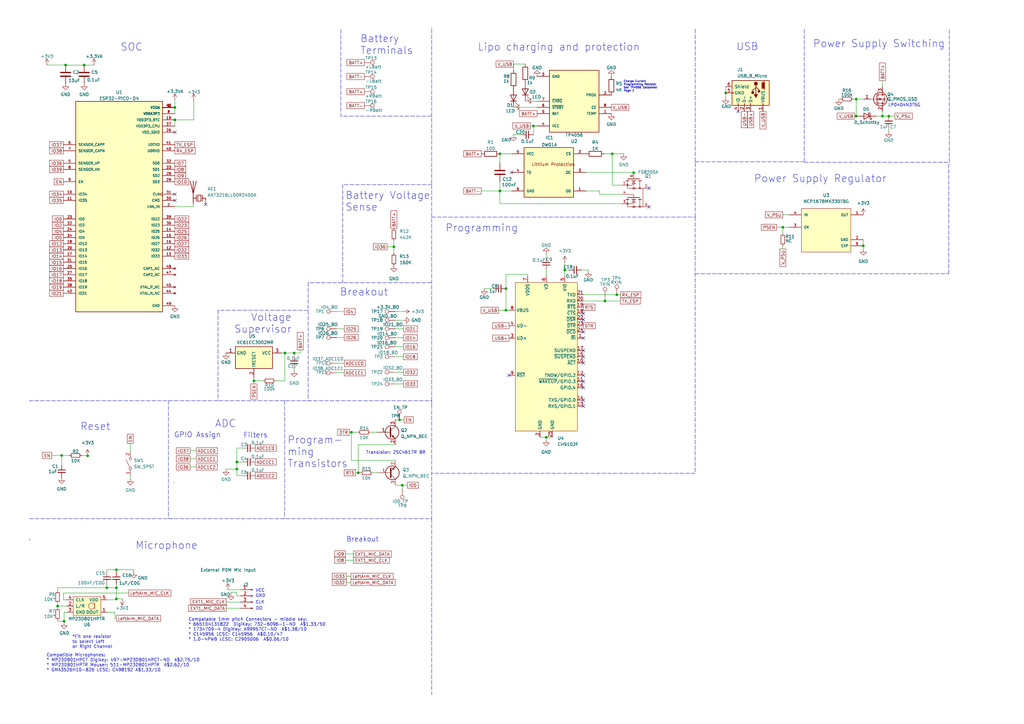
<source format=kicad_sch>
(kicad_sch (version 20211123) (generator eeschema)
  (paper "A3")
  (title_block (title "Open Source Smart Glasses v0.3") (date "2022-05-14") (rev "0.3") (company "Team Open Smart Glasses") (comment 1 "Design: Cayden Pierce, Nicholas Gray, Paul Hamilton"))
  (junction (at 205.0288 63.0936))
  (junction (at 354.076 100.838))
  (junction (at 205.0288 78.3336))
  (junction (at 120.65 144.78))
  (junction (at 35.941 186.944))
  (junction (at 26.924 26.67))
  (junction (at 104.14 156.21))
  (junction (at 297.688 38.1))
  (junction (at 97.155 189.484))
  (junction (at 47.752 245.618))
  (junction (at 218.821 51.6636))
  (junction (at 26.289 254.7874))
  (junction (at 321.056 93.218))
  (junction (at 116.84 144.78))
  (junction (at 248.158 123.444))
  (junction (at 43.815 241.0714))
  (junction (at 146.939 193.929))
  (junction (at 251.1298 63.0936))
  (junction (at 207.518 127.254))
  (junction (at 364.49 47.625))
  (junction (at 71.7296 49.1744))
  (junction (at 164.9476 199.009))
  (junction (at 34.5186 26.6954))
  (junction (at 231.648 110.744))
  (junction (at 97.155 192.405))
  (junction (at 23.622 248.5644))
  (junction (at 207.518 118.364))
  (junction (at 351.155 47.625))
  (junction (at 351.155 40.64))
  (junction (at 361.95 47.625))
  (junction (at 25.273 186.817))
  (junction (at 47.752 241.0714))
  (junction (at 259.8928 70.8406))
  (junction (at 224.028 179.324))
  (junction (at 47.752 233.7054))
  (junction (at 163.8554 172.212))
  (junction (at 252.984 120.904))
  (junction (at 71.7296 44.0944))
  (junction (at 144.145 177.292))
  (junction (at 161.544 101.219))
  (no_connect (at 266.2428 84.8106))
  (no_connect (at 266.2428 77.1906))
  (no_connect (at 239.268 131.064))
  (no_connect (at 302.768 45.72))
  (no_connect (at 84.328 83.82))
  (no_connect (at 239.268 143.764))
  (no_connect (at 239.268 146.304))
  (no_connect (at 239.268 136.144))
  (no_connect (at 209.8548 70.7136))
  (no_connect (at 71.7296 54.2544))
  (no_connect (at 239.268 148.844))
  (no_connect (at 239.268 138.684))
  (no_connect (at 71.7296 79.6544))
  (no_connect (at 71.7296 82.1944))
  (no_connect (at 208.788 153.924))
  (no_connect (at 239.268 156.464))
  (no_connect (at 239.268 128.524))
  (no_connect (at 239.268 164.084))
  (no_connect (at 239.268 166.624))
  (no_connect (at 239.268 153.924))
  (no_connect (at 239.268 159.004))
  (wire (pts (xy 141.7066 227.203) (xy 144.9832 227.203)))
  (wire (pts (xy 231.648 110.744) (xy 231.648 113.284)))
  (wire (pts (xy 218.821 51.6636) (xy 218.821 55.245)))
  (wire (pts (xy 77.978 188.214) (xy 80.518 188.214)))
  (wire (pts (xy 147.7518 193.929) (xy 146.939 193.929)))
  (wire (pts (xy 239.268 120.904) (xy 252.984 120.904)))
  (wire (pts (xy 238.506 110.744) (xy 241.3 110.744)))
  (wire (pts (xy 145.923 193.929) (xy 146.939 193.929)))
  (wire (pts (xy 43.815 233.7054) (xy 43.815 234.5944)))
  (wire (pts (xy 221.488 179.324) (xy 224.028 179.324)))
  (wire (pts (xy 215.4428 41.5036) (xy 220.2688 41.5036)))
  (wire (pts (xy 205.0288 78.3336) (xy 205.0288 83.5406)))
  (wire (pts (xy 224.028 179.324) (xy 226.568 179.324)))
  (wire (pts (xy 54.864 234.5944) (xy 54.864 233.7054)))
  (wire (pts (xy 162.052 138.557) (xy 165.481 138.557)))
  (wire (pts (xy 162.052 146.304) (xy 165.481 146.304)))
  (wire (pts (xy 204.47 127.254) (xy 207.518 127.254)))
  (polyline (pts (xy 329.8952 11.9888) (xy 329.8952 66.3956)))
  (wire (pts (xy 247.9548 63.0936) (xy 251.1298 63.0936)))
  (polyline (pts (xy 12.065 212.725) (xy 177.038 212.725)))
  (wire (pts (xy 120.65 144.78) (xy 123.19 144.78)))
  (polyline (pts (xy 126.3904 127.3048) (xy 89.408 127.254)))
  (polyline (pts (xy 69.088 164.338) (xy 69.088 212.725)))
  (polyline (pts (xy 177.038 89.027) (xy 285.115 89.027)))
  (wire (pts (xy 71.7296 49.1744) (xy 79.4766 49.1744)))
  (wire (pts (xy 146.939 182.372) (xy 146.939 193.929)))
  (wire (pts (xy 104.14 154.94) (xy 104.14 156.21)))
  (wire (pts (xy 202.438 118.364) (xy 198.628 118.364)))
  (polyline (pts (xy 177.038 212.725) (xy 177.038 284.988)))
  (polyline (pts (xy 285.0896 89.0016) (xy 285.0896 194.1068)))
  (wire (pts (xy 197.4088 78.3336) (xy 205.0288 78.3336)))
  (wire (pts (xy 43.815 241.0714) (xy 23.622 241.0714)))
  (wire (pts (xy 123.19 144.78) (xy 123.19 143.51)))
  (polyline (pts (xy 285.0896 194.1068) (xy 176.9872 194.1068)))
  (wire (pts (xy 162.052 157.48) (xy 165.481 157.48)))
  (wire (pts (xy 297.688 38.1) (xy 297.688 40.132)))
  (polyline (pts (xy 12.1158 220.98) (xy 12.1158 221.5896)))
  (wire (pts (xy 254.8128 75.9206) (xy 251.1298 75.9206)))
  (wire (pts (xy 207.518 118.364) (xy 207.518 127.254)))
  (wire (pts (xy 138.049 134.874) (xy 141.224 134.874)))
  (wire (pts (xy 23.622 254.7874) (xy 26.289 254.7874)))
  (polyline (pts (xy 116.713 164.338) (xy 116.713 212.725)))
  (polyline (pts (xy 177.038 164.338) (xy 177.038 165.989)))
  (wire (pts (xy 19.2532 26.67) (xy 26.924 26.67)))
  (wire (pts (xy 47.752 246.0244) (xy 43.942 246.0244)))
  (wire (pts (xy 92.837 249.4788) (xy 98.552 249.4788)))
  (wire (pts (xy 205.0288 83.5406) (xy 254.8128 83.5406)))
  (polyline (pts (xy 329.946 66.548) (xy 389.382 66.548)))
  (wire (pts (xy 27.432 248.5644) (xy 23.622 248.5644)))
  (wire (pts (xy 224.028 179.324) (xy 224.028 180.34)))
  (wire (pts (xy 224.028 104.14) (xy 224.028 105.664)))
  (wire (pts (xy 47.752 245.618) (xy 50.1396 245.618)))
  (wire (pts (xy 47.752 245.618) (xy 47.752 246.0244)))
  (wire (pts (xy 162.052 142.24) (xy 165.481 142.24)))
  (wire (pts (xy 152.8318 193.929) (xy 154.559 193.929)))
  (wire (pts (xy 205.0288 78.3336) (xy 209.8548 78.3336)))
  (wire (pts (xy 251.1298 75.9206) (xy 251.1298 63.0936)))
  (wire (pts (xy 158.75 101.219) (xy 161.544 101.219)))
  (wire (pts (xy 138.049 127.762) (xy 141.224 127.762)))
  (wire (pts (xy 97.155 189.484) (xy 97.155 192.405)))
  (wire (pts (xy 47.752 239.6744) (xy 47.752 241.0714)))
  (wire (pts (xy 145.0086 229.7938) (xy 141.7066 229.7938)))
  (polyline (pts (xy 11.938 164.338) (xy 71.501 164.338)))
  (wire (pts (xy 94.742 242.8748) (xy 94.742 243.5098)))
  (wire (pts (xy 54.864 233.7054) (xy 47.752 233.7054)))
  (polyline (pts (xy 285.115 11.938) (xy 285.115 89.027)))
  (wire (pts (xy 146.812 177.292) (xy 144.145 177.292)))
  (wire (pts (xy 21.209 186.817) (xy 25.273 186.817)))
  (wire (pts (xy 321.056 88.138) (xy 323.596 88.138)))
  (wire (pts (xy 138.049 152.908) (xy 141.224 152.908)))
  (wire (pts (xy 167.132 199.009) (xy 164.9476 199.009)))
  (wire (pts (xy 26.8986 26.6954) (xy 34.5186 26.6954)))
  (wire (pts (xy 252.984 120.904) (xy 254.508 120.904)))
  (wire (pts (xy 240.3348 70.7136) (xy 259.8928 70.7136)))
  (wire (pts (xy 47.752 234.5944) (xy 47.752 233.7054)))
  (wire (pts (xy 138.049 148.971) (xy 141.224 148.971)))
  (polyline (pts (xy 117.094 164.338) (xy 177.038 164.338)))
  (wire (pts (xy 248.158 123.444) (xy 254.508 123.444)))
  (polyline (pts (xy 176.911 47.625) (xy 139.827 47.625)))
  (wire (pts (xy 43.815 241.0714) (xy 43.815 239.6744)))
  (wire (pts (xy 351.155 40.64) (xy 354.33 40.64)))
  (polyline (pts (xy 177.165 75.692) (xy 140.589 75.692)))
  (wire (pts (xy 207.518 127.254) (xy 208.788 127.254)))
  (wire (pts (xy 77.978 184.912) (xy 80.518 184.912)))
  (wire (pts (xy 98.552 244.3988) (xy 97.028 244.3988)))
  (wire (pts (xy 162.052 152.654) (xy 165.481 152.654)))
  (wire (pts (xy 254.8128 79.7306) (xy 245.9228 79.7306)))
  (wire (pts (xy 92.8116 246.9388) (xy 92.8116 246.761)))
  (wire (pts (xy 218.821 51.6636) (xy 220.2688 51.6636)))
  (wire (pts (xy 23.622 248.5644) (xy 23.622 247.4214)))
  (wire (pts (xy 120.65 144.78) (xy 120.65 146.05)))
  (wire (pts (xy 23.622 241.0714) (xy 23.622 242.3414)))
  (wire (pts (xy 25.273 186.817) (xy 25.273 190.754)))
  (wire (pts (xy 79.4766 41.0464) (xy 79.4766 49.1744)))
  (wire (pts (xy 344.043 40.64) (xy 344.805 40.64)))
  (wire (pts (xy 115.57 144.78) (xy 116.84 144.78)))
  (wire (pts (xy 209.8548 63.0936) (xy 205.0288 63.0936)))
  (wire (pts (xy 241.3 110.744) (xy 241.3 111.252)))
  (wire (pts (xy 205.0288 63.0936) (xy 205.0288 66.9036)))
  (wire (pts (xy 104.14 156.21) (xy 104.14 157.48)))
  (wire (pts (xy 216.408 113.284) (xy 216.408 112.522)))
  (wire (pts (xy 53.467 181.864) (xy 53.467 185.039)))
  (polyline (pts (xy 126.365 115.951) (xy 126.365 164.465)))
  (polyline (pts (xy 139.827 12.065) (xy 139.827 47.625)))
  (wire (pts (xy 210.6168 44.0436) (xy 220.2688 44.0436)))
  (wire (pts (xy 97.155 183.769) (xy 97.155 189.484)))
  (polyline (pts (xy 176.911 115.951) (xy 126.365 115.951)))
  (wire (pts (xy 104.14 156.21) (xy 107.95 156.21)))
  (wire (pts (xy 92.8116 246.9388) (xy 98.552 246.9388)))
  (wire (pts (xy 251.1298 63.0936) (xy 255.8288 63.0936)))
  (wire (pts (xy 215.4428 26.2636) (xy 210.6168 26.2636)))
  (wire (pts (xy 144.145 177.292) (xy 144.145 188.849)))
  (wire (pts (xy 144.9832 227.203) (xy 144.9832 227.2538)))
  (wire (pts (xy 245.9228 78.3336) (xy 245.9228 79.7306)))
  (wire (pts (xy 144.145 188.849) (xy 162.179 188.849)))
  (wire (pts (xy 53.467 195.199) (xy 53.467 196.342)))
  (wire (pts (xy 34.5186 26.6954) (xy 38.5826 26.6954)))
  (wire (pts (xy 77.978 191.516) (xy 80.518 191.516)))
  (wire (pts (xy 321.056 100.838) (xy 321.056 102.108)))
  (wire (pts (xy 354.076 98.298) (xy 354.076 100.838)))
  (wire (pts (xy 23.622 254.4064) (xy 23.622 254.7874)))
  (polyline (pts (xy 285.242 112.268) (xy 389.128 112.268)))
  (wire (pts (xy 361.95 45.72) (xy 361.95 47.625)))
  (wire (pts (xy 164.9476 199.009) (xy 164.9476 200.5838)))
  (wire (pts (xy 92.71 192.405) (xy 97.155 192.405)))
  (wire (pts (xy 47.1424 251.1044) (xy 47.1424 253.6444)))
  (wire (pts (xy 351.155 47.625) (xy 351.79 47.625)))
  (wire (pts (xy 23.622 248.5644) (xy 23.622 249.3264)))
  (wire (pts (xy 297.688 35.56) (xy 297.688 38.1)))
  (wire (pts (xy 43.942 251.1044) (xy 47.1424 251.1044)))
  (wire (pts (xy 163.8554 172.212) (xy 162.052 172.212)))
  (wire (pts (xy 97.155 195.072) (xy 99.568 195.072)))
  (wire (pts (xy 97.028 242.8748) (xy 94.742 242.8748)))
  (wire (pts (xy 231.648 110.744) (xy 233.426 110.744)))
  (polyline (pts (xy 140.589 75.692) (xy 140.589 115.951)))
  (wire (pts (xy 143.256 177.292) (xy 144.145 177.292)))
  (wire (pts (xy 116.84 144.78) (xy 120.65 144.78)))
  (wire (pts (xy 210.6168 55.245) (xy 213.741 55.245)))
  (polyline (pts (xy 284.988 66.3956) (xy 329.8952 66.3956)))
  (wire (pts (xy 71.7296 44.0944) (xy 71.7296 46.6344)))
  (wire (pts (xy 259.8928 70.7136) (xy 259.8928 70.8406)))
  (wire (pts (xy 116.84 156.21) (xy 116.84 144.78)))
  (wire (pts (xy 361.95 47.625) (xy 364.49 47.625)))
  (wire (pts (xy 210.6168 26.2636) (xy 210.6168 28.8036)))
  (wire (pts (xy 113.03 156.21) (xy 116.84 156.21)))
  (wire (pts (xy 99.568 183.769) (xy 97.155 183.769)))
  (wire (pts (xy 97.028 244.3988) (xy 97.028 242.8748)))
  (wire (pts (xy 224.028 110.744) (xy 224.028 113.284)))
  (wire (pts (xy 248.158 121.92) (xy 248.158 123.444)))
  (wire (pts (xy 47.1424 253.6444) (xy 47.752 253.6444)))
  (wire (pts (xy 120.65 151.13) (xy 120.65 151.9936)))
  (wire (pts (xy 162.052 182.372) (xy 146.939 182.372)))
  (wire (pts (xy 141.986 238.887) (xy 143.9418 238.887)))
  (wire (pts (xy 26.035 243.2304) (xy 52.832 243.2304)))
  (wire (pts (xy 33.528 186.817) (xy 35.941 186.817)))
  (polyline (pts (xy 177.038 89.027) (xy 177.038 11.049)))
  (polyline (pts (xy 177.038 165.989) (xy 177.038 212.725)))
  (wire (pts (xy 361.95 33.02) (xy 361.95 35.56)))
  (wire (pts (xy 26.035 246.0244) (xy 27.432 246.0244)))
  (wire (pts (xy 26.289 251.1044) (xy 26.289 254.7874)))
  (wire (pts (xy 98.552 241.8588) (xy 93.472 241.8588)))
  (wire (pts (xy 27.432 251.1044) (xy 26.289 251.1044)))
  (wire (pts (xy 162.052 131.318) (xy 165.354 131.318)))
  (wire (pts (xy 35.941 186.817) (xy 35.941 186.944)))
  (wire (pts (xy 47.752 233.7054) (xy 43.815 233.7054)))
  (wire (pts (xy 321.056 93.218) (xy 321.056 95.758)))
  (wire (pts (xy 47.752 241.0714) (xy 47.752 245.618)))
  (wire (pts (xy 239.268 123.444) (xy 248.158 123.444)))
  (wire (pts (xy 138.049 138.43) (xy 141.224 138.43)))
  (polyline (pts (xy 71.247 197.866) (xy 71.501 197.866)))
  (wire (pts (xy 207.518 112.522) (xy 207.518 118.364)))
  (wire (pts (xy 207.518 112.522) (xy 216.408 112.522)))
  (wire (pts (xy 71.7296 84.7344) (xy 79.248 84.7344)))
  (wire (pts (xy 217.5256 51.6636) (xy 218.821 51.6636)))
  (polyline (pts (xy 89.408 127.254) (xy 89.408 164.338)))
  (wire (pts (xy 321.056 93.218) (xy 323.596 93.218)))
  (wire (pts (xy 354.076 100.838) (xy 354.076 102.108)))
  (wire (pts (xy 361.95 47.625) (xy 359.41 47.625)))
  (wire (pts (xy 245.9228 78.3336) (xy 240.3348 78.3336)))
  (wire (pts (xy 205.0288 74.5236) (xy 205.0288 78.3336)))
  (wire (pts (xy 161.544 98.679) (xy 161.544 101.219)))
  (wire (pts (xy 79.248 83.82) (xy 79.248 84.7344)))
  (wire (pts (xy 97.155 192.405) (xy 97.155 195.072)))
  (wire (pts (xy 231.648 107.696) (xy 231.648 110.744)))
  (wire (pts (xy 141.986 236.347) (xy 143.9418 236.347)))
  (wire (pts (xy 349.885 40.64) (xy 351.155 40.64)))
  (wire (pts (xy 99.568 189.484) (xy 97.155 189.484)))
  (wire (pts (xy 151.892 177.292) (xy 154.432 177.292)))
  (wire (pts (xy 351.155 40.64) (xy 351.155 47.625)))
  (polyline (pts (xy 389.382 12.192) (xy 389.382 66.548)))
  (wire (pts (xy 162.052 127.762) (xy 165.354 127.762)))
  (polyline (pts (xy 71.501 164.338) (xy 117.094 164.338)))
  (wire (pts (xy 26.035 243.2304) (xy 26.035 246.0244)))
  (polyline (pts (xy 177.038 164.338) (xy 177.038 89.027)))
  (wire (pts (xy 350.52 47.625) (xy 351.155 47.625)))
  (wire (pts (xy 162.052 134.874) (xy 165.481 134.874)))
  (wire (pts (xy 161.544 101.219) (xy 161.544 103.886)))
  (polyline (pts (xy 389.128 112.268) (xy 389.128 66.548)))
  (wire (pts (xy 47.752 241.0714) (xy 43.815 241.0714)))
  (wire (pts (xy 364.49 47.625) (xy 367.03 47.625)))
  (wire (pts (xy 164.9476 199.009) (xy 162.179 199.009)))
  (wire (pts (xy 165.735 172.212) (xy 163.8554 172.212)))
  (wire (pts (xy 318.516 93.218) (xy 321.056 93.218)))
  (wire (pts (xy 25.273 186.817) (xy 28.448 186.817)))
  (wire (pts (xy 364.49 52.705) (xy 364.49 53.975)))
  (wire (pts (xy 71.7296 49.1744) (xy 71.7296 51.7144)))
  (wire (pts (xy 26.289 254.7874) (xy 26.289 255.2954)))
  (wire (pts (xy 141.7066 229.743) (xy 141.7066 229.7938)))
  (wire (pts (xy 71.7296 41.0464) (xy 71.7296 44.0944)))
  (text "Battery\nTerminals" (at 147.701 22.606 0) (effects (font (size 3 3)) (justify left bottom)))
  (text "SOC" (at 58.5724 21.1836 180) (effects (font (size 3 3)) (justify right bottom)))
  (text "Programming\n" (at 212.5472 95.4024 180) (effects (font (size 3 3)) (justify right bottom)))
  (text "Compatable 1mm pitch Connectors - middle key:\n* 665104131822  DigiKey: 732-6096-1-ND  A$1.33/50\n* 1734709-4 DigiKey: A99957CT-ND  A$1.38/10\n* C145956 LCSC: C145956  A$0.10/47\n* 1.0-4PWB LCSC: C2905006  A$0.06/10" (at 77.2414 263.0932 0) (effects (font (size 1.27 1.27)) (justify left bottom)))
  (text "LP0404N3T5G" (at 364.236 43.942 0) (effects (font (size 1.27 1.27)) (justify left bottom)))
  (text "Reset" (at 45.339 176.784 180) (effects (font (size 3 3)) (justify right bottom)))
  (text "Filters" (at 109.855 179.832 180) (effects (font (size 2.1 2.1)) (justify right bottom)))
  (text "GND" (at 104.775 245.1608 0) (effects (font (size 1.27 1.27)) (justify left bottom)))
  (text "Breakout" (at 159.258 121.666 180) (effects (font (size 3 3)) (justify right bottom)))
  (text "*Fit one resistor\nto select Left \nor Right Channel" (at 29.591 266.0904 0) (effects (font (size 1.27 1.27)) (justify left bottom)))
  (text "Transistor: 2SC4617R BR" (at 150.114 186.436 0) (effects (font (size 1.27 1.27)) (justify left bottom)))
  (text "USB" (at 311.1246 21.0312 180) (effects (font (size 3 3)) (justify right bottom)))
  (text "Lipo charging and protection\n" (at 262.509 21.209 180) (effects (font (size 3 3)) (justify right bottom)))
  (text "Voltage\nSupervisor" (at 119.634 136.906 180) (effects (font (size 3 3)) (justify right bottom)))
  (text "GPIO Assign" (at 90.551 179.705 180) (effects (font (size 2.1 2.1)) (justify right bottom)))
  (text "Microphone" (at 81.1276 225.6028 180) (effects (font (size 3 3)) (justify right bottom)))
  (text "Power Supply Regulator" (at 363.6772 75.1332 180) (effects (font (size 3 3)) (justify right bottom)))
  (text "ADC" (at 96.901 175.641 180) (effects (font (size 3 3)) (justify right bottom)))
  (text "Breakout" (at 155.3718 222.4786 180) (effects (font (size 2 2)) (justify right bottom)))
  (text "CLK" (at 104.775 247.8278 0) (effects (font (size 1.27 1.27)) (justify left bottom)))
  (text "Power Supply Switching" (at 387.604 19.812 180) (effects (font (size 3 3)) (justify right bottom)))
  (text "Charge Current\nProgramming Resistor\nSee TP4056 Datasheet\nPage 2" (at 255.7018 37.8206 0) (effects (font (size 0.8 0.8)) (justify left bottom)))
  (text "DO" (at 104.902 250.3678 0) (effects (font (size 1.27 1.27)) (justify left bottom)))
  (text "Compatible Microphones:\n* MP23DB01HPCT Digikey: 497-MP23DB01HPCT-ND  A$2.75/10\n* MP23DB01HPTR Mouser: 511-MP23DB01HPTR  A$2.62/10\n* GMA3526H10-B26 LCSC: C498192 A$1.33/10\n\n \n" (at 19.05 279.7556 0) (effects (font (size 1.27 1.27)) (justify left bottom)))
  (text "VCC" (at 104.775 243.0018 0) (effects (font (size 1.27 1.27)) (justify left bottom)))
  (text "Battery Voltage\nSense" (at 141.605 86.868 0) (effects (font (size 3 3)) (justify left bottom)))
  (text "Program-\nming\nTransistors\n" (at 117.856 192.024 0) (effects (font (size 3 3)) (justify left bottom)))
  (global_label "TX_ESP" (shape passive) (at 71.7296 59.3344 0) (property "Intersheet References" "${INTERSHEET_REFS}" (effects hide)))
  (global_label "IO22" (shape passive) (at 71.7296 89.8144 0) (property "Intersheet References" "${INTERSHEET_REFS}" (effects hide)))
  (global_label "IO5" (shape passive) (at 26.0096 97.4344 180) (property "Intersheet References" "${INTERSHEET_REFS}" (effects hide)))
  (global_label "IO21" (shape passive) (at 165.481 134.874 0) (property "Intersheet References" "${INTERSHEET_REFS}" (effects hide)))
  (global_label "IO21" (shape passive) (at 26.0096 120.2944 180) (property "Intersheet References" "${INTERSHEET_REFS}" (effects hide)))
  (global_label "EN" (shape passive) (at 53.467 181.864 90) (property "Intersheet References" "${INTERSHEET_REFS}" (effects hide)))
  (global_label "USB+" (shape passive) (at 208.788 138.684 180) (property "Intersheet References" "${INTERSHEET_REFS}" (effects hide)))
  (global_label "IO8" (shape passive) (at 141.7066 229.743 180) (property "Intersheet References" "${INTERSHEET_REFS}" (effects hide)))
  (global_label "IO17" (shape passive) (at 26.0096 112.6744 180) (property "Intersheet References" "${INTERSHEET_REFS}" (effects hide)))
  (global_label "IO15" (shape passive) (at 26.0096 107.5944 180) (property "Intersheet References" "${INTERSHEET_REFS}" (effects hide)))
  (global_label "IO4" (shape passive) (at 141.224 127.762 0) (property "Intersheet References" "${INTERSHEET_REFS}" (effects hide)))
  (global_label "ADC1C0" (shape passive) (at 80.518 184.912 0) (property "Intersheet References" "${INTERSHEET_REFS}" (effects hide)))
  (global_label "ADC1C2" (shape passive) (at 104.648 195.072 0) (property "Intersheet References" "${INTERSHEET_REFS}" (effects hide)))
  (global_label "IO0" (shape passive) (at 167.132 199.009 0) (property "Intersheet References" "${INTERSHEET_REFS}" (effects hide)))
  (global_label "IO2" (shape passive) (at 26.0096 92.3544 180) (property "Intersheet References" "${INTERSHEET_REFS}" (effects hide)))
  (global_label "LeftArm_MIC_CLK" (shape passive) (at 143.9418 236.347 0) (property "Intersheet References" "${INTERSHEET_REFS}" (effects hide)))
  (global_label "EN" (shape passive) (at 26.0096 74.5744 180) (property "Intersheet References" "${INTERSHEET_REFS}" (effects hide)))
  (global_label "IO33" (shape passive) (at 141.986 236.347 180) (property "Intersheet References" "${INTERSHEET_REFS}" (effects hide)))
  (global_label "IO39" (shape passive) (at 26.0096 69.4944 180) (property "Intersheet References" "${INTERSHEET_REFS}" (effects hide)))
  (global_label "ADC1C0" (shape passive) (at 104.648 183.769 0) (property "Intersheet References" "${INTERSHEET_REFS}" (effects hide)))
  (global_label "IO14" (shape passive) (at 26.0096 105.0544 180) (property "Intersheet References" "${INTERSHEET_REFS}" (effects hide)))
  (global_label "ADC1C0" (shape passive) (at 141.224 148.971 0) (property "Intersheet References" "${INTERSHEET_REFS}" (effects hide)))
  (global_label "DTR" (shape passive) (at 239.268 133.604 0) (property "Intersheet References" "${INTERSHEET_REFS}" (effects hide)))
  (global_label "DTR" (shape passive) (at 143.256 177.292 180) (property "Intersheet References" "${INTERSHEET_REFS}" (effects hide)))
  (global_label "IO32" (shape passive) (at 71.7296 102.5144 0) (property "Intersheet References" "${INTERSHEET_REFS}" (effects hide)))
  (global_label "IO36" (shape passive) (at 158.75 101.219 180) (property "Intersheet References" "${INTERSHEET_REFS}" (effects hide)))
  (global_label "IO25" (shape passive) (at 141.224 134.874 0) (property "Intersheet References" "${INTERSHEET_REFS}" (effects hide)))
  (global_label "IO19" (shape passive) (at 26.0096 117.7544 180) (property "Intersheet References" "${INTERSHEET_REFS}" (effects hide)))
  (global_label "EXT1_MIC_CLK" (shape passive) (at 92.8116 246.761 180) (property "Intersheet References" "${INTERSHEET_REFS}" (effects hide)))
  (global_label "BATT-" (shape passive) (at 149.479 43.307 180) (property "Intersheet References" "${INTERSHEET_REFS}" (effects hide)))
  (global_label "V_USB" (shape passive) (at 350.52 47.625 180) (property "Intersheet References" "${INTERSHEET_REFS}" (effects hide)))
  (global_label "IO34" (shape passive) (at 26.0096 79.6544 180) (property "Intersheet References" "${INTERSHEET_REFS}" (effects hide)))
  (global_label "IO26" (shape passive) (at 141.224 138.43 0) (property "Intersheet References" "${INTERSHEET_REFS}" (effects hide)))
  (global_label "IO10" (shape passive) (at 71.7296 74.5744 0) (property "Intersheet References" "${INTERSHEET_REFS}" (effects hide)))
  (global_label "V_PSU" (shape passive) (at 321.056 102.108 270) (property "Intersheet References" "${INTERSHEET_REFS}" (effects hide)))
  (global_label "V_USB" (shape passive) (at 210.6168 26.2636 180) (property "Intersheet References" "${INTERSHEET_REFS}" (effects hide)))
  (global_label "PSEN" (shape passive) (at 104.14 157.48 270) (property "Intersheet References" "${INTERSHEET_REFS}" (effects hide)))
  (global_label "IO12" (shape passive) (at 26.0096 99.9744 180) (property "Intersheet References" "${INTERSHEET_REFS}" (effects hide)))
  (global_label "BATT+" (shape passive) (at 149.479 37.592 180) (property "Intersheet References" "${INTERSHEET_REFS}" (effects hide)))
  (global_label "RX_ESP" (shape passive) (at 71.7296 61.8744 0) (property "Intersheet References" "${INTERSHEET_REFS}" (effects hide)))
  (global_label "IO9" (shape passive) (at 141.7066 227.203 180) (property "Intersheet References" "${INTERSHEET_REFS}" (effects hide)))
  (global_label "IO32" (shape passive) (at 165.481 152.654 0) (property "Intersheet References" "${INTERSHEET_REFS}" (effects hide)))
  (global_label "RTS" (shape passive) (at 145.923 193.929 180) (property "Intersheet References" "${INTERSHEET_REFS}" (effects hide)))
  (global_label "IO18" (shape passive) (at 26.0096 115.2144 180) (property "Intersheet References" "${INTERSHEET_REFS}" (effects hide)))
  (global_label "IO27" (shape passive) (at 71.7296 99.9744 0) (property "Intersheet References" "${INTERSHEET_REFS}" (effects hide)))
  (global_label "IO33" (shape passive) (at 71.7296 105.0544 0) (property "Intersheet References" "${INTERSHEET_REFS}" (effects hide)))
  (global_label "IO38" (shape passive) (at 26.0096 61.8744 180) (property "Intersheet References" "${INTERSHEET_REFS}" (effects hide)))
  (global_label "IO33" (shape passive) (at 165.481 157.48 0) (property "Intersheet References" "${INTERSHEET_REFS}" (effects hide)))
  (global_label "IO7" (shape passive) (at 71.7296 66.9544 0) (property "Intersheet References" "${INTERSHEET_REFS}" (effects hide)))
  (global_label "IO0" (shape passive) (at 26.0096 89.8144 180) (property "Intersheet References" "${INTERSHEET_REFS}" (effects hide)))
  (global_label "IO38" (shape passive) (at 77.978 188.214 180) (property "Intersheet References" "${INTERSHEET_REFS}" (effects hide)))
  (global_label "LeftArm_MIC_DATA" (shape passive) (at 47.752 253.6444 0) (property "Intersheet References" "${INTERSHEET_REFS}" (effects hide)))
  (global_label "EXT1_MIC_CLK" (shape passive) (at 145.0086 229.7938 0) (property "Intersheet References" "${INTERSHEET_REFS}" (effects hide)))
  (global_label "BATT+" (shape passive) (at 197.4088 63.0936 180) (property "Intersheet References" "${INTERSHEET_REFS}" (effects hide)))
  (global_label "USB+" (shape passive) (at 307.848 45.72 270) (property "Intersheet References" "${INTERSHEET_REFS}" (effects hide)))
  (global_label "BATT+" (shape passive) (at 149.479 25.654 180) (property "Intersheet References" "${INTERSHEET_REFS}" (effects hide)))
  (global_label "ADC1C1" (shape passive) (at 141.224 152.908 0) (property "Intersheet References" "${INTERSHEET_REFS}" (effects hide)))
  (global_label "IO37" (shape passive) (at 26.0096 59.3344 180) (property "Intersheet References" "${INTERSHEET_REFS}" (effects hide)))
  (global_label "IO8" (shape passive) (at 71.7296 69.4944 0) (property "Intersheet References" "${INTERSHEET_REFS}" (effects hide)))
  (global_label "TX_ESP" (shape passive) (at 254.508 123.444 0) (property "Intersheet References" "${INTERSHEET_REFS}" (effects hide)))
  (global_label "IO16" (shape passive) (at 26.0096 110.1344 180) (property "Intersheet References" "${INTERSHEET_REFS}" (effects hide)))
  (global_label "ADC1C1" (shape passive) (at 80.518 188.214 0) (property "Intersheet References" "${INTERSHEET_REFS}" (effects hide)))
  (global_label "V_PSU" (shape passive) (at 321.056 88.138 180) (property "Intersheet References" "${INTERSHEET_REFS}" (effects hide)))
  (global_label "USB-" (shape passive) (at 208.788 133.604 180) (property "Intersheet References" "${INTERSHEET_REFS}" (effects hide)))
  (global_label "BATT+" (shape passive) (at 161.544 93.599 90) (property "Intersheet References" "${INTERSHEET_REFS}" (effects hide)))
  (global_label "USB-" (shape passive) (at 305.308 45.72 270) (property "Intersheet References" "${INTERSHEET_REFS}" (effects hide)))
  (global_label "IO32" (shape passive) (at 141.986 238.887 180) (property "Intersheet References" "${INTERSHEET_REFS}" (effects hide)))
  (global_label "BATT+" (shape passive) (at 361.95 33.02 90) (property "Intersheet References" "${INTERSHEET_REFS}" (effects hide)))
  (global_label "V_PSU" (shape passive) (at 367.03 47.625 0) (property "Intersheet References" "${INTERSHEET_REFS}" (effects hide)))
  (global_label "IO23" (shape passive) (at 71.7296 92.3544 0) (property "Intersheet References" "${INTERSHEET_REFS}" (effects hide)))
  (global_label "EXT1_MIC_DATA" (shape passive) (at 144.9832 227.2538 0) (property "Intersheet References" "${INTERSHEET_REFS}" (effects hide)))
  (global_label "V_USB" (shape passive) (at 250.7488 44.0436 0) (property "Intersheet References" "${INTERSHEET_REFS}" (effects hide)))
  (global_label "IO13" (shape passive) (at 26.0096 102.5144 180) (property "Intersheet References" "${INTERSHEET_REFS}" (effects hide)))
  (global_label "PSEN" (shape passive) (at 318.516 93.218 180) (property "Intersheet References" "${INTERSHEET_REFS}" (effects hide)))
  (global_label "V_USB" (shape passive) (at 204.47 127.254 180) (property "Intersheet References" "${INTERSHEET_REFS}" (effects hide)))
  (global_label "V_USB" (shape passive) (at 312.928 45.72 270) (property "Intersheet References" "${INTERSHEET_REFS}" (effects hide)))
  (global_label "BATT-" (shape passive) (at 197.4088 78.3336 180) (property "Intersheet References" "${INTERSHEET_REFS}" (effects hide)))
  (global_label "LeftArm_MIC_CLK" (shape passive) (at 52.832 243.2304 0) (property "Intersheet References" "${INTERSHEET_REFS}" (effects hide)))
  (global_label "IO25" (shape passive) (at 71.7296 94.8944 0) (property "Intersheet References" "${INTERSHEET_REFS}" (effects hide)))
  (global_label "IO35" (shape passive) (at 26.0096 82.1944 180) (property "Intersheet References" "${INTERSHEET_REFS}" (effects hide)))
  (global_label "IO18" (shape passive) (at 165.481 146.304 0) (property "Intersheet References" "${INTERSHEET_REFS}" (effects hide)))
  (global_label "V_USB" (shape passive) (at 217.5256 51.6636 180) (property "Intersheet References" "${INTERSHEET_REFS}" (effects hide)))
  (global_label "LeftArm_MIC_DATA" (shape passive) (at 143.9418 238.887 0) (property "Intersheet References" "${INTERSHEET_REFS}" (effects hide)))
  (global_label "IO14" (shape passive) (at 165.481 138.557 0) (property "Intersheet References" "${INTERSHEET_REFS}" (effects hide)))
  (global_label "IO36" (shape passive) (at 77.978 191.516 180) (property "Intersheet References" "${INTERSHEET_REFS}" (effects hide)))
  (global_label "IO36" (shape passive) (at 26.0096 66.9544 180) (property "Intersheet References" "${INTERSHEET_REFS}" (effects hide)))
  (global_label "EXT1_MIC_DATA" (shape passive) (at 92.837 249.4788 180) (property "Intersheet References" "${INTERSHEET_REFS}" (effects hide)))
  (global_label "EN" (shape passive) (at 165.735 172.212 0) (property "Intersheet References" "${INTERSHEET_REFS}" (effects hide)))
  (global_label "BATT+" (shape passive) (at 123.19 143.51 90) (property "Intersheet References" "${INTERSHEET_REFS}" (effects hide)))
  (global_label "EN" (shape passive) (at 21.209 186.817 180) (property "Intersheet References" "${INTERSHEET_REFS}" (effects hide)))
  (global_label "ADC1C1" (shape passive) (at 104.648 189.484 0) (property "Intersheet References" "${INTERSHEET_REFS}" (effects hide)))
  (global_label "ADC1C2" (shape passive) (at 80.518 191.516 0) (property "Intersheet References" "${INTERSHEET_REFS}" (effects hide)))
  (global_label "RX_ESP" (shape passive) (at 254.508 120.904 0) (property "Intersheet References" "${INTERSHEET_REFS}" (effects hide)))
  (global_label "IO4" (shape passive) (at 26.0096 94.8944 180) (property "Intersheet References" "${INTERSHEET_REFS}" (effects hide)))
  (global_label "RTS" (shape passive) (at 239.268 125.984 0) (property "Intersheet References" "${INTERSHEET_REFS}" (effects hide)))
  (global_label "IO37" (shape passive) (at 77.978 184.912 180) (property "Intersheet References" "${INTERSHEET_REFS}" (effects hide)))
  (global_label "BATT-" (shape passive) (at 149.479 31.369 180) (property "Intersheet References" "${INTERSHEET_REFS}" (effects hide)))
  (global_label "BATT+" (shape passive) (at 220.2688 46.5836 180) (property "Intersheet References" "${INTERSHEET_REFS}" (effects hide)))
  (global_label "IO26" (shape passive) (at 71.7296 97.4344 0) (property "Intersheet References" "${INTERSHEET_REFS}" (effects hide)))
  (global_label "IO9" (shape passive) (at 71.7296 72.0344 0) (property "Intersheet References" "${INTERSHEET_REFS}" (effects hide)))
  (global_label "IO16" (shape passive) (at 165.481 142.24 0) (property "Intersheet References" "${INTERSHEET_REFS}" (effects hide)))
  (symbol (lib_id "Connector:TestPoint") (at 138.049 148.971 90) (unit 1)
    (property "Reference" "TP10" (at 131.953 148.844 90))
    (property "Value" "IO37_ADC1C0" (at 134.493 147.193 90))
    (property "Footprint" "OSSG_footprints:Breakout_pads_small" (effects hide))
  )
  (symbol (lib_id "power:+3.3VA") (at 38.5826 26.6954 0) (unit 1)
    (property "Reference" "#PWR0106" (effects hide))
    (property "Value" "+3.3VA" (at 38.5826 23.1196 0))
  )
  (symbol (lib_id "OSSG_components_lib:APX803L-29SA-7") (at 104.14 146.05 0) (unit 1)
    (property "Reference" "U5" (at 103.378 137.922 0))
    (property "Value" "XC61CC3002MR" (at 104.648 140.462 0))
    (property "Footprint" "Package_TO_SOT_SMD:SOT-23" (effects hide))
    (property "Datasheet" "https://datasheet.lcsc.com/lcsc/1811010914_Torex-Semicon-XC61CC3002MR_C80698.pdf" (effects hide))
    (property "MPN_LCSC" "C80698" (effects hide))
    (property "Price_LCSC" "0.1688" (effects hide))
    (property "LCSCLink" "https://lcsc.com/product-detail/Monitors-Reset-Circuits_Torex-Semicon-XC61CC3002MR_C80698.html" (effects hide))
  )
  (symbol (lib_id "power:GND") (at 344.043 40.64 0) (unit 1)
    (property "Reference" "#PWR0121" (effects hide))
    (property "Value" "GND" (at 344.043 44.45 0))
  )
  (symbol (lib_id "Connector:TestPoint") (at 163.8554 172.212 0) (unit 1)
    (property "Reference" "TP8" (at 160.3756 170.5864 0) (effects (justify left)))
    (property "Value" "EN_TP" (at 161.3154 167.132 0) (effects (justify left)))
    (property "Footprint" "TestPoint:TestPoint_Pad_D1.0mm" (effects hide))
  )
  (symbol (lib_id "Device:R_Small") (at 23.622 251.8664 180) (unit 1)
    (property "Reference" "R7" (at 21.336 250.698 0))
    (property "Value" "10K*" (at 20.4216 252.8316 0))
    (property "Footprint" "Resistor_SMD:R_0402_1005Metric" (effects hide))
    (property "Datasheet" "https://www.seielect.com/catalog/sei-rmcf_rmcp.pdf" (effects hide))
    (property "DigiKeyLink" "https://www.digikey.ca/en/products/detail/stackpole-electronics-inc/RMCF0402JT10K0/1758206" (effects hide))
    (property "MPN" "RMCF0402JT10K0CT-ND" (effects hide))
    (property "Price" "0.018" (effects hide))
    (property "MPN_LCSC" "C2906885" (effects hide))
    (property "Price_LCSC" "0.0005" (effects hide))
    (property "LCSCLink" "https://lcsc.com/product-detail/Chip-span-style-background-color-ff0-Resistor-span-Surface-Mount_FOJAN-FRC0402J103-TS_C2906885.html" (effects hide))
  )
  (symbol (lib_id "power:GND") (at 53.467 196.342 0) (unit 1)
    (property "Reference" "#PWR0110" (effects hide))
    (property "Value" "GND" (at 53.467 201.041 0))
  )
  (symbol (lib_id "Device:R_Small") (at 161.544 106.426 0) (unit 1)
    (property "Reference" "R13" (at 163.83 105.1559 0) (effects (justify left)))
    (property "Value" "160K" (at 163.83 107.6959 0) (effects (justify left)))
    (property "Footprint" "Resistor_SMD:R_0402_1005Metric" (effects hide))
    (property "MPN_LCSC" "C423115" (effects hide))
    (property "Price_LCSC" "0.0005" (effects hide))
    (property "LCSCLink" "https://lcsc.com/product-detail/Chip-span-style-background-color-ff0-Resistor-span-Surface-Mount_UNI-ROYAL-Uniroyal-Elec-0402WGJ0164TCE_C423115.html" (effects hide))
  )
  (symbol (lib_id "power:GND") (at 241.3 111.252 0) (unit 1)
    (property "Reference" "#PWR0124" (effects hide))
    (property "Value" "GND" (at 241.3 114.808 0))
  )
  (symbol (lib_id "power:GND") (at 92.71 144.78 0) (unit 1)
    (property "Reference" "#PWR03" (effects hide))
    (property "Value" "GND" (at 92.71 148.59 0))
  )
  (symbol (lib_id "Connector:TestPoint") (at 162.052 146.304 90) (unit 1)
    (property "Reference" "TP2" (at 157.099 146.304 90) (effects (justify left)))
    (property "Value" "IO18_BO" (at 163.2712 144.6276 90) (effects (justify left)))
    (property "Footprint" "OSSG_footprints:Breakout_pads_small" (effects hide))
  )
  (symbol (lib_id "Connector:TestPoint") (at 162.052 131.318 90) (unit 1)
    (property "Reference" "TP18" (at 157.099 131.318 90) (effects (justify left)))
    (property "Value" "GND_BO" (at 162.814 129.6416 90) (effects (justify left)))
    (property "Footprint" "OSSG_footprints:Breakout_pads" (effects hide))
  )
  (symbol (lib_id "Connector:TestPoint") (at 149.479 31.369 270) (unit 1)
    (property "Reference" "TP14" (at 149.733 29.718 90) (effects (justify left)))
    (property "Value" "-LBatt" (at 149.86 33.274 90) (effects (justify left)))
    (property "Footprint" "OSSG_footprints:Breakout_pads" (effects hide))
  )
  (symbol (lib_id "Connector:TestPoint") (at 248.158 121.92 0) (unit 1)
    (property "Reference" "TP3" (at 246.634 114.808 0) (effects (justify left)))
    (property "Value" "TXIN" (at 245.999 116.586 0) (effects (justify left)))
    (property "Footprint" "TestPoint:TestPoint_Pad_D1.0mm" (effects hide))
  )
  (symbol (lib_id "Device:R_Small") (at 149.352 177.292 90) (unit 1)
    (property "Reference" "R14" (at 149.352 175.641 90))
    (property "Value" "10K" (at 149.352 179.451 90))
    (property "Footprint" "Resistor_SMD:R_0402_1005Metric" (effects hide))
    (property "Datasheet" "https://www.seielect.com/catalog/sei-rmcf_rmcp.pdf" (effects hide))
    (property "DigiKeyLink" "https://www.digikey.ca/en/products/detail/stackpole-electronics-inc/RMCF0402JT10K0/1758206" (effects hide))
    (property "MPN" "RMCF0402JT10K0CT-ND" (effects hide))
    (property "Price" "0.018" (effects hide))
    (property "MPN_LCSC" "C2906885" (effects hide))
    (property "Price_LCSC" "0.0005" (effects hide))
    (property "LCSCLink" "https://lcsc.com/product-detail/Chip-span-style-background-color-ff0-Resistor-span-Surface-Mount_FOJAN-FRC0402J103-TS_C2906885.html" (effects hide))
  )
  (symbol (lib_id "power:GND") (at 92.71 192.405 0) (unit 1)
    (property "Reference" "#PWR0111" (effects hide))
    (property "Value" "GND" (at 92.71 196.596 0))
  )
  (symbol (lib_id "Device:Q_NPN_BEC") (at 159.639 193.929 0) (mirror x) (unit 1)
    (property "Reference" "Q3" (at 165.1 192.6589 0) (effects (justify left)))
    (property "Value" "Q_NPN_BEC" (at 165.1 195.1989 0) (effects (justify left)))
    (property "Footprint" "Package_TO_SOT_SMD:SOT-523" (effects hide))
    (property "LCSCLink" "https://lcsc.com/product-detail/Bipolar-Transistors-BJT_CBI-2SC4617R-BR_C2836080.html" (effects hide))
    (property "Price_LCSC" "0.0163" (effects hide))
    (property "MPN_LCSC" "C2836080" (effects hide))
  )
  (symbol (lib_id "power:GND") (at 250.7488 31.3436 180) (unit 1)
    (property "Reference" "#PWR021" (effects hide))
    (property "Value" "GND" (at 250.7488 27.7678 0))
  )
  (symbol (lib_id "power:GND") (at 94.742 243.5098 0) (unit 1)
    (property "Reference" "#PWR0116" (effects hide))
    (property "Value" "GND" (at 92.456 243.84 0))
  )
  (symbol (lib_id "Connector:TestPoint") (at 162.052 138.557 90) (unit 1)
    (property "Reference" "TP20" (at 157.099 138.557 90) (effects (justify left)))
    (property "Value" "IO14_BO" (at 162.9156 136.906 90) (effects (justify left)))
    (property "Footprint" "OSSG_footprints:Breakout_pads_small" (effects hide))
  )
  (symbol (lib_id "power:+3.3V") (at 19.2532 26.67 0) (unit 1)
    (property "Reference" "#PWR0102" (effects hide))
    (property "Value" "+3.3V" (at 19.2532 23.0942 0))
  )
  (symbol (lib_id "power:GND") (at 165.354 131.318 90) (unit 1)
    (property "Reference" "#PWR02" (effects hide))
    (property "Value" "GND" (at 168.656 131.3179 90) (effects (justify right)))
  )
  (symbol (lib_id "NCP167BMX330TBG:NCP167BMX330TBG") (at 338.836 93.218 0) (unit 1)
    (property "Reference" "U3" (at 338.836 80.0608 0))
    (property "Value" "NCP167BMX330TBG" (at 338.836 82.6008 0))
    (property "Footprint" "OSSG_footprints:REG_NCP167BMX330TBG" (effects hide))
    (property "Datasheet" "https://datasheet.lcsc.com/lcsc/2107280040_onsemi-NCP167BMX330TBG_C892227.pdf" (effects hide))
    (property "PARTREV" "3" (effects hide))
    (property "MANUFACTURER" "ON Semiconductor" (effects hide))
    (property "MAXIMUM_PACKAGE_HEIGHT" "0.43mm" (effects hide))
    (property "STANDARD" "Manufacturer recommendations" (effects hide))
    (property "Price_LCSC" "0.4418" (effects hide))
    (property "MPN_LCSC" "C892227" (effects hide))
  )
  (symbol (lib_id "Device:LED") (at 210.6168 40.2336 90) (unit 1)
    (property "Reference" "D1" (at 207.8736 43.1546 90) (effects (justify right)))
    (property "Value" "LED" (at 207.5434 45.4914 90) (effects (justify right)))
    (property "Footprint" "Diode_SMD:D_0402_1005Metric" (effects hide))
    (property "MPN_LCSC" "C2984137" (effects hide))
    (property "Price_LCSC" "0.0727" (effects hide))
  )
  (symbol (lib_id "power:GND") (at 26.8986 34.3154 0) (unit 1)
    (property "Reference" "#PWR0101" (effects hide))
    (property "Value" "GND" (at 26.8986 38.7588 0))
  )
  (symbol (lib_id "power:+3.3V") (at 165.354 127.762 270) (unit 1)
    (property "Reference" "#PWR01" (effects hide))
    (property "Value" "+3.3V" (at 168.656 127.7619 90) (effects (justify left)))
  )
  (symbol (lib_id "power:GND") (at 198.628 118.364 0) (unit 1)
    (property "Reference" "#PWR0123" (effects hide))
    (property "Value" "GND" (at 198.628 121.92 0))
  )
  (symbol (lib_id "power:GND") (at 34.5186 34.3154 0) (unit 1)
    (property "Reference" "#PWR0104" (effects hide))
    (property "Value" "GND" (at 34.5186 38.7588 0))
  )
  (symbol (lib_id "wch-usb-uart:CH9102F") (at 224.028 146.304 0) (unit 1)
    (property "Reference" "U4" (at 228.5874 179.7304 0) (effects (justify left)))
    (property "Value" "CH9102F" (at 228.5874 182.2704 0) (effects (justify left)))
    (property "Footprint" "Package_DFN_QFN:QFN-24-1EP_4x4mm_P0.5mm_EP2.6x2.6mm" (effects hide))
    (property "Datasheet" "https://datasheet.lcsc.com/lcsc/2108181630_WCH-Jiangsu-Qin-Heng-CH9102F_C2858418.pdf" (effects hide))
    (property "MPN_LCSC" "C2858418" (effects hide))
    (property "Price_LCSC" "1.35" (effects hide))
  )
  (symbol (lib_id "power:GND") (at 25.273 195.834 0) (unit 1)
    (property "Reference" "#PWR0112" (effects hide))
    (property "Value" "GND" (at 25.273 200.533 0))
  )
  (symbol (lib_id "Connector:TestPoint") (at 162.052 134.874 90) (unit 1)
    (property "Reference" "TP19" (at 157.099 134.874 90) (effects (justify left)))
    (property "Value" "IO21_BO" (at 165.227 133.096 90) (effects (justify left)))
    (property "Footprint" "OSSG_footprints:Breakout_pads_small" (effects hide))
  )
  (symbol (lib_id "Device:R_Small") (at 150.2918 193.929 90) (unit 1)
    (property "Reference" "R15" (at 150.2918 192.278 90))
    (property "Value" "10K" (at 150.2918 196.088 90))
    (property "Footprint" "Resistor_SMD:R_0402_1005Metric" (effects hide))
    (property "Datasheet" "https://www.seielect.com/catalog/sei-rmcf_rmcp.pdf" (effects hide))
    (property "DigiKeyLink" "https://www.digikey.ca/en/products/detail/stackpole-electronics-inc/RMCF0402JT10K0/1758206" (effects hide))
    (property "MPN" "RMCF0402JT10K0CT-ND" (effects hide))
    (property "Price" "0.018" (effects hide))
    (property "MPN_LCSC" "C2906885" (effects hide))
    (property "Price_LCSC" "0.0005" (effects hide))
    (property "LCSCLink" "https://lcsc.com/product-detail/Chip-span-style-background-color-ff0-Resistor-span-Surface-Mount_FOJAN-FRC0402J103-TS_C2906885.html" (effects hide))
  )
  (symbol (lib_id "Device:R_Small") (at 347.345 40.64 90) (unit 1)
    (property "Reference" "R16" (at 347.345 37.084 90))
    (property "Value" "100k" (at 347.345 38.862 90))
    (property "Footprint" "Resistor_SMD:R_0402_1005Metric" (effects hide))
    (property "MPN_LCSC" "C106234" (effects hide))
    (property "Price_LCSC" "0.0005" (effects hide))
  )
  (symbol (lib_id "Device:R_Small") (at 30.988 186.817 90) (unit 1)
    (property "Reference" "R2" (at 30.988 185.166 90))
    (property "Value" "10K" (at 30.988 188.976 90))
    (property "Footprint" "Resistor_SMD:R_0402_1005Metric" (effects hide))
    (property "Datasheet" "https://www.seielect.com/catalog/sei-rmcf_rmcp.pdf" (effects hide))
    (property "DigiKeyLink" "https://www.digikey.ca/en/products/detail/stackpole-electronics-inc/RMCF0402JT10K0/1758206" (effects hide))
    (property "MPN" "RMCF0402JT10K0CT-ND" (effects hide))
    (property "Price" "0.018" (effects hide))
    (property "MPN_LCSC" "C2906885" (effects hide))
    (property "Price_LCSC" "0.0005" (effects hide))
    (property "LCSCLink" "https://lcsc.com/product-detail/Chip-span-style-background-color-ff0-Resistor-span-Surface-Mount_FOJAN-FRC0402J103-TS_C2906885.html" (effects hide))
  )
  (symbol (lib_id "power:+3.3V") (at 79.4766 41.0464 0) (unit 1)
    (property "Reference" "#PWR0108" (effects hide))
    (property "Value" "+3.3V" (at 79.4766 37.7444 0))
  )
  (symbol (lib_id "Connector:TestPoint") (at 149.479 25.654 270) (unit 1)
    (property "Reference" "TP13" (at 149.733 23.876 90) (effects (justify left)))
    (property "Value" "+LBatt" (at 149.733 27.432 90) (effects (justify left)))
    (property "Footprint" "OSSG_footprints:Breakout_pads" (effects hide))
  )
  (symbol (lib_id "power:+3.3V") (at 35.941 186.944 0) (unit 1)
    (property "Reference" "#PWR05" (effects hide))
    (property "Value" "+3.3V" (at 35.941 181.61 0))
  )
  (symbol (lib_id "Device:R") (at 244.1448 63.0936 90) (unit 1)
    (property "Reference" "R4" (at 244.1448 58.3778 90))
    (property "Value" "1K" (at 244.1448 60.9147 90))
    (property "Footprint" "Resistor_SMD:R_0402_1005Metric" (effects hide))
    (property "MPN_LCSC" "C2906899" (effects hide))
    (property "Price_LCSC" "0.0005" (effects hide))
    (property "LinkLCSC" "https://lcsc.com/product-detail/Chip-Resistor-Surface-Mount_FOJAN-FRC0402J102-TS_C2906899.html" (effects hide))
  )
  (symbol (lib_id "power:GND") (at 210.6168 55.245 0) (unit 1)
    (property "Reference" "#PWR0120" (effects hide))
    (property "Value" "GND" (at 205.6384 57.3786 0) (effects (justify left)))
  )
  (symbol (lib_id "Device:R_Small") (at 161.544 96.139 0) (unit 1)
    (property "Reference" "R12" (at 163.83 94.8689 0) (effects (justify left)))
    (property "Value" "442K" (at 163.83 97.4089 0) (effects (justify left)))
    (property "Footprint" "Resistor_SMD:R_0402_1005Metric" (effects hide))
    (property "MPN_LCSC" "C273339" (effects hide))
    (property "Price_LCSC" "0.0006" (effects hide))
    (property "LinkLCSC" "https://lcsc.com/product-detail/Chip-span-style-background-color-ff0-Resistor-span-Surface-Mount_YAGEO-RC0402FR-07442KL_C273339.html" (effects hide))
  )
  (symbol (lib_id "Connector:TestPoint") (at 149.479 43.307 270) (unit 1)
    (property "Reference" "TP16" (at 149.733 41.656 90) (effects (justify left)))
    (property "Value" "-RBatt" (at 149.86 45.212 90) (effects (justify left)))
    (property "Footprint" "OSSG_footprints:Breakout_pads" (effects hide))
  )
  (symbol (lib_id "power:GND") (at 354.076 102.108 0) (unit 1)
    (property "Reference" "#PWR017" (effects hide))
    (property "Value" "GND" (at 354.076 107.188 0))
  )
  (symbol (lib_id "power:+3.3V") (at 50.1396 245.618 0) (mirror x) (unit 1)
    (property "Reference" "#PWR0118" (effects hide))
    (property "Value" "+3.3V" (at 50.0888 249.3772 0))
  )
  (symbol (lib_id "Device:C") (at 34.5186 30.5054 0) (unit 1)
    (property "Reference" "C5" (at 37.4396 29.6707 0) (effects (justify left)))
    (property "Value" "0.1uF" (at 35.6616 32.7914 0) (effects (justify left)))
    (property "Footprint" "Capacitor_SMD:C_0402_1005Metric" (effects hide))
    (property "Datasheet" "https://media.digikey.com/pdf/Data%20Sheets/Samsung%20PDFs/CL05A104KA5NNNC.pdf" (effects hide))
    (property "DigiKeyLink" "https://www.digikey.ca/en/products/detail/samsung-electro-mechanics/CL05A104KA5NNNC/3886701" (effects hide))
    (property "Price" "0.006" (effects hide))
    (property "MPN" "1276-1043-1-ND" (effects hide))
    (property "MPN_LCSC" "C41851" (effects hide))
    (property "Price_LCSC" "0.0008" (effects hide))
    (property "LinkLCSC" "https://lcsc.com/product-detail/Multilayer-Ceramic-Capacitors-MLCC-SMD-SMT_FH-Guangdong-Fenghua-Advanced-Tech-0402B104K160NT_C41851.html" (effects hide))
  )
  (symbol (lib_id "Device:Antenna_Chip") (at 81.788 81.28 0) (mirror y) (unit 1)
    (property "Reference" "AE1" (at 85.09 77.4699 0) (effects (justify right)))
    (property "Value" "ANT3216LL00R2400A" (at 85.09 80.0099 0) (effects (justify right)))
    (property "Footprint" "OSSG_footprints:ANT3216LL00R2400A" (effects hide))
    (property "Datasheet" "https://datasheet.lcsc.com/lcsc/1810241140_YAGEO-ANT3216LL00R2400A_C293767.pdf" (effects hide))
    (property "MPN_LCSC" "C293767" (effects hide))
    (property "Price_LCSC" "0.1212" (effects hide))
  )
  (symbol (lib_id "Connector:TestPoint") (at 162.052 152.654 90) (unit 1)
    (property "Reference" "TP22" (at 157.099 152.654 90) (effects (justify left)))
    (property "Value" "IO32_BO" (at 165.227 150.876 90) (effects (justify left)))
    (property "Footprint" "OSSG_footprints:Breakout_pads_small" (effects hide))
  )
  (symbol (lib_id "power:GND") (at 71.7296 125.3744 0) (unit 1)
    (property "Reference" "#PWR0103" (effects hide))
    (property "Value" "GND" (at 71.7296 129.8178 0))
  )
  (symbol (lib_id "power:GND") (at 220.2688 31.3436 180) (unit 1)
    (property "Reference" "#PWR020" (effects hide))
    (property "Value" "GND" (at 220.2688 27.7678 0))
  )
  (symbol (lib_id "Device:D_Schottky") (at 355.6 47.625 180) (unit 1)
    (property "Reference" "D5" (at 353.822 44.831 0) (effects (justify right)))
    (property "Value" "D_Schottky" (at 350.266 50.165 0) (effects (justify right)))
    (property "Footprint" "Diode_SMD:D_SOD-323" (effects hide))
    (property "Datasheet" "https://datasheet.lcsc.com/lcsc/1809211226_Shikues-SD103AWS_C109204.pdf" (effects hide))
    (property "MPN_LCSC" "C109204" (effects hide))
    (property "Price_LCSC" "0.0163" (effects hide))
  )
  (symbol (lib_id "Device:R") (at 215.4428 30.0736 0) (unit 1)
    (property "Reference" "R9" (at 216.8398 31.9786 0) (effects (justify left)))
    (property "Value" "1k" (at 216.0778 33.8836 0) (effects (justify left)))
    (property "Footprint" "Resistor_SMD:R_0402_1005Metric" (effects hide))
    (property "MPN_LCSC" "C2906899" (effects hide))
    (property "Price_LCSC" "0.005" (effects hide))
    (property "LCSCLink" "https://lcsc.com/product-detail/Chip-Resistor-Surface-Mount_FOJAN-FRC0402J102-TS_C2906899.html" (effects hide))
  )
  (symbol (lib_id "Device:R") (at 210.6168 32.6136 0) (unit 1)
    (property "Reference" "R8" (at 206.4258 31.3436 0) (effects (justify left)))
    (property "Value" "1k" (at 206.4258 33.2486 0) (effects (justify left)))
    (property "Footprint" "Resistor_SMD:R_0402_1005Metric" (effects hide))
    (property "LCSCLink" "https://lcsc.com/product-detail/Chip-Resistor-Surface-Mount_FOJAN-FRC0402J102-TS_C2906899.html" (effects hide))
    (property "Price_LCSC" "0.0005" (effects hide))
    (property "MPN_LCSC" "C2906899" (effects hide))
  )
  (symbol (lib_id "Connector:TestPoint") (at 164.9476 200.5838 180) (unit 1)
    (property "Reference" "TP9" (at 166.8526 207.4418 0) (effects (justify left)))
    (property "Value" "IO0_TP" (at 167.4876 205.6638 0) (effects (justify left)))
    (property "Footprint" "TestPoint:TestPoint_Pad_D1.0mm" (effects hide))
  )
  (symbol (lib_id "Device:C_Small") (at 364.49 50.165 180) (unit 1)
    (property "Reference" "C7" (at 367.665 52.07 0) (effects (justify left)))
    (property "Value" "1uF" (at 364.49 51.943 0) (effects (justify left)))
    (property "Footprint" "Capacitor_SMD:C_0402_1005Metric" (effects hide))
    (property "Datasheet" "https://search.murata.co.jp/Ceramy/image/img/A01X/G101/ENG/GRT155C80J105KE01-01.pdf" (effects hide))
    (property "DigiKeyLink" "https://www.digikey.ca/en/products/detail/murata-electronics/GRT155C80J105KE01J/13904934" (effects hide))
    (property "Price" "0.0448" (effects hide))
    (property "MPN" "490-GRT155C80J105KE01JCT-ND" (effects hide))
    (property "MPN_LCSC" "C14445" (effects hide))
    (property "Price_LCSC" "0.0018" (effects hide))
    (property "LCSCLink" "https://lcsc.com/product-detail/Multilayer-Ceramic-Capacitors-MLCC-SMD-SMT_Samsung-Electro-Mechanics-CL05A105KP5NNNC_C14445.html" (effects hide))
  )
  (symbol (lib_id "power:+3.3V") (at 354.076 88.138 0) (unit 1)
    (property "Reference" "#PWR018" (effects hide))
    (property "Value" "+3.3V" (at 354.076 83.312 0))
  )
  (symbol (lib_id "Connector:TestPoint") (at 149.479 37.592 270) (unit 1)
    (property "Reference" "TP15" (at 149.733 35.814 90) (effects (justify left)))
    (property "Value" "+RBatt" (at 149.733 39.37 90) (effects (justify left)))
    (property "Footprint" "OSSG_footprints:Breakout_pads" (effects hide))
  )
  (symbol (lib_id "Device:C_Small") (at 120.65 148.59 0) (unit 1)
    (property "Reference" "C17" (at 117.983 150.2156 0) (effects (justify left)))
    (property "Value" "0.1uF" (at 117.5766 147.0152 0) (effects (justify left)))
    (property "Footprint" "Capacitor_SMD:C_0402_1005Metric" (effects hide))
    (property "MPN_LCSC" "C41851" (effects hide))
    (property "Price_LCSC" "0.0008" (effects hide))
    (property "LinkLCSC" "https://lcsc.com/product-detail/Multilayer-Ceramic-Capacitors-MLCC-SMD-SMT_FH-Guangdong-Fenghua-Advanced-Tech-0402B104K160NT_C41851.html" (effects hide))
  )
  (symbol (lib_id "Connector:TestPoint") (at 162.052 142.24 90) (unit 1)
    (property "Reference" "TP21" (at 157.099 142.24 90) (effects (justify left)))
    (property "Value" "IO16_BO" (at 162.7632 140.5636 90) (effects (justify left)))
    (property "Footprint" "OSSG_footprints:Breakout_pads_small" (effects hide))
  )
  (symbol (lib_id "Switch:SW_SPST") (at 53.467 190.119 90) (unit 1)
    (property "Reference" "SW1" (at 54.864 188.8489 90) (effects (justify right)))
    (property "Value" "SW_SPST" (at 54.864 191.3889 90) (effects (justify right)))
    (property "Footprint" "Button_Switch_SMD:SW_SPST_B3U-3000P-B" (effects hide))
    (property "Datasheet" "https://omronfs.omron.com/en_US/ecb/products/pdf/en-b3u.pdf" (effects hide))
    (property "DigiKeyLink" "https://www.digikey.ca/en/products/detail/omron-electronics-inc-emc-div/B3U-3100P-B/1811780" (effects hide))
    (property "MPN" "SW1103CT-ND" (effects hide))
    (property "Price" "1.49" (effects hide))
    (property "MPN_LCSC" "C306884" (effects hide))
    (property "Price_LCSSC" "0.7718" (effects hide))
    (property "LCSCLink" "https://lcsc.com/product-detail/Tactile-Switches_Omron-Electronics-B3U-3000PM-B_C306884.html" (effects hide))
  )
  (symbol (lib_id "Connector:TestPoint") (at 162.052 127.762 90) (unit 1)
    (property "Reference" "TP17" (at 157.099 127.762 90) (effects (justify left)))
    (property "Value" "+3.3V_BO" (at 163.7792 125.9332 90) (effects (justify left)))
    (property "Footprint" "OSSG_footprints:Breakout_pads" (effects hide))
  )
  (symbol (lib_id "power:GND") (at 224.028 180.34 0) (unit 1)
    (property "Reference" "#PWR0125" (effects hide))
    (property "Value" "GND" (at 224.028 185.42 0))
  )
  (symbol (lib_id "power:GND") (at 161.544 108.966 0) (unit 1)
    (property "Reference" "#PWR06" (effects hide))
    (property "Value" "GND" (at 161.544 114.3 0))
  )
  (symbol (lib_id "Device:R_Small") (at 23.622 244.8814 180) (unit 1)
    (property "Reference" "R6" (at 21.336 243.713 0))
    (property "Value" "10K*" (at 20.4216 245.8466 0))
    (property "Footprint" "Resistor_SMD:R_0402_1005Metric" (effects hide))
    (property "Datasheet" "https://www.seielect.com/catalog/sei-rmcf_rmcp.pdf" (effects hide))
    (property "DigiKeyLink" "https://www.digikey.ca/en/products/detail/stackpole-electronics-inc/RMCF0402JT10K0/1758206" (effects hide))
    (property "MPN" "RMCF0402JT10K0CT-ND" (effects hide))
    (property "Price" "0.018" (effects hide))
    (property "MPN_LCSC" "C2906885" (effects hide))
    (property "Price_LCSC" "0.0005" (effects hide))
    (property "LCSCLink" "https://lcsc.com/product-detail/Chip-span-style-background-color-ff0-Resistor-span-Surface-Mount_FOJAN-FRC0402J103-TS_C2906885.html" (effects hide))
  )
  (symbol (lib_id "Device:C_Small") (at 204.978 118.364 90) (unit 1)
    (property "Reference" "C8" (at 204.216 117.348 90) (effects (justify left)))
    (property "Value" "1uF" (at 204.216 119.38 90) (effects (justify left)))
    (property "Footprint" "Capacitor_SMD:C_0402_1005Metric" (effects hide))
    (property "Datasheet" "https://search.murata.co.jp/Ceramy/image/img/A01X/G101/ENG/GRT155C80J105KE01-01.pdf" (effects hide))
    (property "DigiKeyLink" "https://www.digikey.ca/en/products/detail/murata-electronics/GRT155C80J105KE01J/13904934" (effects hide))
    (property "Price" "0.0448" (effects hide))
    (property "MPN" "490-GRT155C80J105KE01JCT-ND" (effects hide))
    (property "MPN_LCSC" "C14445" (effects hide))
    (property "Price_LCSC" "0.0018" (effects hide))
    (property "LCSCLink" "https://lcsc.com/product-detail/Multilayer-Ceramic-Capacitors-MLCC-SMD-SMT_Samsung-Electro-Mechanics-CL05A105KP5NNNC_C14445.html" (effects hide))
  )
  (symbol (lib_id "FS8205A:FS8205A") (at 259.8928 78.4606 270) (unit 1)
    (property "Reference" "Q1" (at 265.8618 72.2376 90))
    (property "Value" "FS8205A" (at 265.8618 70.5866 90))
    (property "Footprint" "Package_TO_SOT_SMD:SOT-23-6" (effects hide))
    (property "STANDARD" "IPC 7351B" (effects hide))
    (property "MANUFACTURER" "Fortune Semiconductor" (effects hide))
    (property "PARTREV" "1.7" (effects hide))
    (property "MAXIMUM_PACKAGE_HEIGHT" "1.2mm" (effects hide))
    (property "MPN_LCSC" "C16052" (effects hide))
    (property "Price" "0.2665" (effects hide))
    (property "LCSCLink" "https://lcsc.com/product-detail/MOSFETs_Fortune-Semicon-FS8205A_C16052.html" (effects hide))
  )
  (symbol (lib_id "Device:C_Small") (at 224.028 108.204 180) (unit 1)
    (property "Reference" "C9" (at 226.568 106.426 0) (effects (justify left)))
    (property "Value" "0.1uF" (at 223.774 106.68 0) (effects (justify left)))
    (property "Footprint" "Capacitor_SMD:C_0402_1005Metric" (effects hide))
    (property "MPN_LCSC" "C258109" (effects hide))
    (property "Price_LCSC" "0.0005" (effects hide))
    (property "LCSCLink" "https://lcsc.com/product-detail/Chip-Resistor-Surface-Mount_FH-Guangdong-Fenghua-Advanced-Tech-RC-02W101JT_C258109.html" (effects hide))
  )
  (symbol (lib_id "Device:C_Small") (at 102.108 183.769 270) (unit 1)
    (property "Reference" "C3" (at 98.7298 182.3974 90) (effects (justify left)))
    (property "Value" "0.1uF" (at 103.0478 181.5846 90) (effects (justify left)))
    (property "Footprint" "Capacitor_SMD:C_0402_1005Metric" (effects hide))
    (property "MPN_LCSC" "C41851" (effects hide))
    (property "Price_LCSC" "0.0008" (effects hide))
    (property "LinkLCSC" "https://lcsc.com/product-detail/Multilayer-Ceramic-Capacitors-MLCC-SMD-SMT_FH-Guangdong-Fenghua-Advanced-Tech-0402B104K160NT_C41851.html" (effects hide))
  )
  (symbol (lib_id "power:GND") (at 120.65 151.9936 0) (unit 1)
    (property "Reference" "#PWR0119" (effects hide))
    (property "Value" "GND" (at 120.65 157.1244 0))
  )
  (symbol (lib_id "Device:LED") (at 215.4428 37.6936 90) (unit 1)
    (property "Reference" "D2" (at 217.0938 37.6936 90) (effects (justify right)))
    (property "Value" "LED" (at 218.2368 39.7256 90) (effects (justify right)))
    (property "Footprint" "Diode_SMD:D_0402_1005Metric" (effects hide))
    (property "MPN_LCSC" "C2992661" (effects hide))
    (property "Price_LCSC" "0.0738" (effects hide))
  )
  (symbol (lib_id "Device:C_Small") (at 47.752 237.1344 0) (unit 1)
    (property "Reference" "C16" (at 50.0888 235.966 0) (effects (justify left)))
    (property "Value" "1uF/C0G" (at 48.768 239.1664 0) (effects (justify left)))
    (property "Footprint" "Capacitor_SMD:C_0402_1005Metric" (effects hide))
    (property "Price_LCSC" "0.0018" (effects hide))
    (property "MPN_LCSC" "C14445" (effects hide))
  )
  (symbol (lib_id "power:+3.3V") (at 93.472 241.8588 0) (mirror y) (unit 1)
    (property "Reference" "#PWR0117" (effects hide))
    (property "Value" "+3.3V" (at 93.5228 238.0996 0))
  )
  (symbol (lib_id "microphone-rescue:MP23DB01HPTR-Pauls_Symbol_Library") (at 35.052 248.5644 0) (unit 1)
    (property "Reference" "U6" (at 35.687 256.1844 0))
    (property "Value" "MP23DB01HPTR" (at 35.56 253.7714 0))
    (property "Footprint" "OSSG_footprints:MP23DB01HPTR" (effects hide))
    (property "Datasheet" "https://www.st.com/resource/en/datasheet/mp23db01hp.pdf" (effects hide))
    (property "MPN" "497-MP23DB01HPCT-ND" (effects hide))
    (property "Price" "3.31" (effects hide))
    (property "DigiKeyLink" "https://www.digikey.ca/en/products/detail/stmicroelectronics/MP23DB01HPTR/12337705?s=N4IgTCBcDaILIAUwGYAiAhADARgBIIBUAlEAXQF8g" (effects hide))
    (property "MPN_LCSC" "C498192" (effects hide))
    (property "Price_LCSC" "1.0964" (effects hide))
    (property "LCSCLink" "https://www.lcsc.com/product-detail/MEMS-Microphones_INGHAi-GMA3526H10-B26_C498192.html" (effects hide))
  )
  (symbol (lib_id "ESP32-PICO-D4:ESP32-PICO-D4") (at 48.8696 84.7344 0) (unit 1)
    (property "Reference" "U1" (at 48.8696 37.8546 0))
    (property "Value" "ESP32-PICO-D4" (at 48.8696 40.3915 0))
    (property "Footprint" "OSSG_footprints:ESP32_PICO_D4" (effects hide))
    (property "Datasheet" "https://www.espressif.com/sites/default/files/documentation/esp32-pico-d4_datasheet_en.pdf" (effects hide))
    (property "MAXIMUM_PACKAGE_HEIGHT" "1.04 mm" (effects hide))
    (property "PARTREV" "v1.9" (effects hide))
    (property "STANDARD" "IPC 7351B" (effects hide))
    (property "MANUFACTURER" "Espressif Systems" (effects hide))
    (property "DigiKeyLink" "https://www.digikey.ca/en/products/detail/espressif-systems/ESP32-PICO-D4/9381722" (effects hide))
    (property "MPN" "1904-1029-1-ND" (effects hide))
    (property "Price" "4.1837" (effects hide))
    (property "MPN_LCSC" "C193707" (effects hide))
    (property "LCSCLink" "https://lcsc.com/product-detail/RF-Transceiver-ICs_Espressif-Systems-ESP32-PICO-D4_C193707.html" (effects hide))
  )
  (symbol (lib_id "Device:R_Small") (at 321.056 98.298 0) (unit 1)
    (property "Reference" "R11" (at 322.072 97.028 0) (effects (justify left)))
    (property "Value" "NC" (at 322.072 98.806 0) (effects (justify left)))
    (property "Footprint" "Resistor_SMD:R_0201_0603Metric" (effects hide))
  )
  (symbol (lib_id "Connector:TestPoint") (at 138.049 134.874 90) (unit 1)
    (property "Reference" "TP6" (at 133.096 134.874 90) (effects (justify left)))
    (property "Value" "IO25_BO" (at 138.557 133.096 90) (effects (justify left)))
    (property "Footprint" "OSSG_footprints:Breakout_pads_small" (effects hide))
  )
  (symbol (lib_id "power:+3.3VA") (at 71.7296 41.0464 0) (unit 1)
    (property "Reference" "#PWR0105" (effects hide))
    (property "Value" "+3.3VA" (at 71.7296 37.4706 0))
  )
  (symbol (lib_id "Connector:TestPoint") (at 162.052 157.48 90) (unit 1)
    (property "Reference" "TP24" (at 157.099 157.48 90) (effects (justify left)))
    (property "Value" "IO33_BO" (at 165.227 155.702 90) (effects (justify left)))
    (property "Footprint" "OSSG_footprints:Breakout_pads_small" (effects hide))
  )
  (symbol (lib_id "Device:C_Small") (at 43.815 237.1344 0) (unit 1)
    (property "Reference" "C15" (at 39.243 235.1024 0) (effects (justify left)))
    (property "Value" "100nF/C0G" (at 31.877 239.0394 0) (effects (justify left)))
    (property "Footprint" "Capacitor_SMD:C_0402_1005Metric" (effects hide))
    (property "MPN_LCSC" "C41851" (effects hide))
    (property "Price_LCSC" "0.0008" (effects hide))
    (property "LinkLCSC" "https://lcsc.com/product-detail/Multilayer-Ceramic-Capacitors-MLCC-SMD-SMT_FH-Guangdong-Fenghua-Advanced-Tech-0402B104K160NT_C41851.html" (effects hide))
  )
  (symbol (lib_id "power:+3.3V") (at 231.648 107.696 0) (unit 1)
    (property "Reference" "#PWR0122" (effects hide))
    (property "Value" "+3.3V" (at 231.648 102.87 0))
  )
  (symbol (lib_id "Device:Q_PMOS_GSD") (at 359.41 40.64 0) (unit 1)
    (property "Reference" "Q4" (at 363.855 38.735 0) (effects (justify left)))
    (property "Value" "Q_PMOS_GSD" (at 363.855 40.64 0) (effects (justify left)))
    (property "Footprint" "Package_TO_SOT_SMD:SOT-883" (effects hide))
  )
  (symbol (lib_id "Connector:USB_B_Micro") (at 307.848 38.1 270) (unit 1)
    (property "Reference" "J1" (at 302.387 28.5781 90) (effects (justify left)))
    (property "Value" "USB_B_Micro" (at 302.387 31.115 90) (effects (justify left)))
    (property "Footprint" "Connector_USB:USB_Micro-B_Amphenol_10118194_Horizontal" (effects hide))
    (property "Datasheet" "https://www.molex.com/pdm_docs/sd/1050170001_sd.pdf" (effects hide))
    (property "MPN" "WM1399CT-ND" (effects hide))
    (property "Price" "1.33" (effects hide))
    (property "DigiKeyLink" "https://www.digikey.ca/en/products/detail/molex/1050170001/2350832" (effects hide))
    (property "Price_LCSC" "0.244" (effects hide))
    (property "LinkLCSC" "https://lcsc.com/product-detail/USB-Connectors_MOLEX-1050170001_C136000.html" (effects hide))
    (property "MPN_LCSC" "C136000" (effects hide))
  )
  (symbol (lib_id "Device:R") (at 250.7488 35.1536 0) (unit 1)
    (property "Reference" "R5" (at 252.5268 34.3189 0) (effects (justify left)))
    (property "Value" "4K" (at 252.5268 36.8558 0) (effects (justify left)))
    (property "Footprint" "Resistor_SMD:R_0402_1005Metric" (effects hide))
    (property "MPN_LCSC" "C43251" (effects hide))
    (property "Price_LCSC" "0.0006" (effects hide))
    (property "LCSCLink" "https://lcsc.com/product-detail/Chip-Resistor-Surface-Mount_UNI-ROYAL-Uniroyal-Elec-0402WGF4021TCE_C43251.html" (effects hide))
  )
  (symbol (lib_id "TP4056:TP4056") (at 235.5088 41.5036 180) (unit 1)
    (property "Reference" "U2" (at 235.5088 57.9034 0))
    (property "Value" "TP4056" (at 235.5088 55.3665 0))
    (property "Footprint" "Package_SO:SOP-8_5.28x5.23mm_P1.27mm" (effects hide))
    (property "MANUFACTURER" "NanJing Top Power ASIC Corp." (effects hide))
    (property "STANDARD" "IPC 7351B" (effects hide))
    (property "MAXIMUM_PACKAGE_HEIGHT" "1.75mm" (effects hide))
    (property "MPN_LCSC" "C21417" (effects hide))
    (property "LCSCLink" "https://lcsc.com/product-detail/Battery-Management-ICs_TOPPOWER-Nanjing-Extension-Microelectronics-TP4056M_C21417.html" (effects hide))
    (property "Price_LCSC" "0.3102" (effects hide))
  )
  (symbol (lib_id "power:GND") (at 224.028 104.14 180) (unit 1)
    (property "Reference" "#PWR0109" (effects hide))
    (property "Value" "GND" (at 224.028 100.584 0))
  )
  (symbol (lib_id "power:GND") (at 364.49 53.975 0) (unit 1)
    (property "Reference" "#PWR0126" (effects hide))
    (property "Value" "GND" (at 364.49 57.531 0))
  )
  (symbol (lib_id "power:GND") (at 26.289 255.2954 0) (unit 1)
    (property "Reference" "#PWR08" (effects hide))
    (property "Value" "GND" (at 26.416 259.6896 0))
  )
  (symbol (lib_id "Device:C_Small") (at 102.108 195.072 270) (unit 1)
    (property "Reference" "C6" (at 98.7298 193.7004 90) (effects (justify left)))
    (property "Value" "0.1uF" (at 103.0478 192.8876 90) (effects (justify left)))
    (property "Footprint" "Capacitor_SMD:C_0402_1005Metric" (effects hide))
    (property "MPN_LCSC" "C41851" (effects hide))
    (property "Price_LCSC" "0.0008" (effects hide))
    (property "LinkLCSC" "https://lcsc.com/product-detail/Multilayer-Ceramic-Capacitors-MLCC-SMD-SMT_FH-Guangdong-Fenghua-Advanced-Tech-0402B104K160NT_C41851.html" (effects hide))
  )
  (symbol (lib_id "power:GND") (at 255.8288 63.0936 0) (unit 1)
    (property "Reference" "#PWR023" (effects hide))
    (property "Value" "GND" (at 255.8288 67.537 0))
  )
  (symbol (lib_id "Device:C_Small") (at 102.108 189.484 270) (unit 1)
    (property "Reference" "C4" (at 98.7298 188.1124 90) (effects (justify left)))
    (property "Value" "0.1uF" (at 103.0478 187.2996 90) (effects (justify left)))
    (property "Footprint" "Capacitor_SMD:C_0402_1005Metric" (effects hide))
    (property "MPN_LCSC" "C41851" (effects hide))
    (property "Price_LCSC" "0.0008" (effects hide))
    (property "LinkLCSC" "https://lcsc.com/product-detail/Multilayer-Ceramic-Capacitors-MLCC-SMD-SMT_FH-Guangdong-Fenghua-Advanced-Tech-0402B104K160NT_C41851.html" (effects hide))
  )
  (symbol (lib_id "Connector:TestPoint") (at 138.049 152.908 90) (unit 1)
    (property "Reference" "TP11" (at 131.953 152.781 90))
    (property "Value" "IO38_ADC1C1" (at 134.493 151.13 90))
    (property "Footprint" "OSSG_footprints:Breakout_pads_small" (effects hide))
  )
  (symbol (lib_id "Connector:TestPoint") (at 138.049 127.762 90) (unit 1)
    (property "Reference" "TP1" (at 133.096 127.762 90) (effects (justify left)))
    (property "Value" "IO4_BO" (at 138.557 125.984 90) (effects (justify left)))
    (property "Footprint" "OSSG_footprints:Breakout_pads_small" (effects hide))
  )
  (symbol (lib_id "power:GND") (at 54.864 234.5944 0) (unit 1)
    (property "Reference" "#PWR010" (effects hide))
    (property "Value" "GND" (at 58.547 237.0074 0))
  )
  (symbol (lib_id "Connector:TestPoint") (at 252.984 120.904 0) (unit 1)
    (property "Reference" "TP4" (at 251.079 114.046 0) (effects (justify left)))
    (property "Value" "RXIN" (at 250.444 115.824 0) (effects (justify left)))
    (property "Footprint" "TestPoint:TestPoint_Pad_D1.0mm" (effects hide))
  )
  (symbol (lib_id "Device:R_Small") (at 110.49 156.21 90) (unit 1)
    (property "Reference" "R10" (at 110.49 157.988 90))
    (property "Value" "100k" (at 110.49 159.512 90))
    (property "Footprint" "Resistor_SMD:R_0402_1005Metric" (effects hide))
    (property "MPN_LCSC" "C106234" (effects hide))
    (property "Price_LCSC" "0.0005" (effects hide))
  )
  (symbol (lib_id "Device:R") (at 201.2188 63.0936 90) (unit 1)
    (property "Reference" "R1" (at 201.2188 58.3778 90))
    (property "Value" "100" (at 201.2188 60.9147 90))
    (property "Footprint" "Resistor_SMD:R_0402_1005Metric" (effects hide))
    (property "MPN_LCSC" "C258109" (effects hide))
    (property "Price_LCSC" "0.005" (effects hide))
    (property "LCSCLink" "https://lcsc.com/product-detail/Chip-Resistor-Surface-Mount_FH-Guangdong-Fenghua-Advanced-Tech-RC-02W101JT_C258109.html" (effects hide))
  )
  (symbol (lib_id "Device:Q_NPN_BEC") (at 159.512 177.292 0) (unit 1)
    (property "Reference" "Q2" (at 164.3634 176.4573 0) (effects (justify left)))
    (property "Value" "Q_NPN_BEC" (at 164.3634 178.9942 0) (effects (justify left)))
    (property "Footprint" "Package_TO_SOT_SMD:SOT-523" (effects hide))
    (property "LCSCLink" "https://lcsc.com/product-detail/Bipolar-Transistors-BJT_CBI-2SC4617R-BR_C2836080.html" (effects hide))
    (property "Price_LCSC" "0.0163" (effects hide))
    (property "MPN_LCSC" "C2836080" (effects hide))
  )
  (symbol (lib_id "Connector:Conn_01x04_Male") (at 103.632 244.3988 0) (mirror y) (unit 1)
    (property "Reference" "J2" (at 99.568 239.8268 0) (effects (justify right)))
    (property "Value" "External PDM Mic Input" (at 82.169 233.7816 0) (effects (justify right)))
    (property "Footprint" "OSSG_footprints:Solder-4P-Connector" (effects hide))
  )
  (symbol (lib_id "Device:C_Small") (at 235.966 110.744 90) (unit 1)
    (property "Reference" "C18" (at 234.95 109.474 90) (effects (justify left)))
    (property "Value" "0.1uF" (at 237.49 113.284 90) (effects (justify left)))
    (property "Footprint" "Capacitor_SMD:C_0402_1005Metric" (effects hide))
    (property "MPN_LCSC" "C258109" (effects hide))
    (property "Price_LCSC" "0.0005" (effects hide))
    (property "LCSCLink" "https://lcsc.com/product-detail/Chip-Resistor-Surface-Mount_FH-Guangdong-Fenghua-Advanced-Tech-RC-02W101JT_C258109.html" (effects hide))
  )
  (symbol (lib_id "Device:C_Small") (at 216.281 55.245 270) (unit 1)
    (property "Reference" "C20" (at 211.5058 54.2036 90) (effects (justify left)))
    (property "Value" "0.1uF" (at 213.6648 57.9882 90) (effects (justify left)))
    (property "Footprint" "Capacitor_SMD:C_0402_1005Metric" (effects hide))
    (property "MPN_LCSC" "C258109" (effects hide))
    (property "Price_LCSC" "0.0005" (effects hide))
    (property "LCSCLink" "https://lcsc.com/product-detail/Chip-Resistor-Surface-Mount_FH-Guangdong-Fenghua-Advanced-Tech-RC-02W101JT_C258109.html" (effects hide))
  )
  (symbol (lib_id "Connector:TestPoint") (at 138.049 138.43 90) (unit 1)
    (property "Reference" "TP7" (at 133.096 138.43 90) (effects (justify left)))
    (property "Value" "IO26_BO" (at 138.557 136.652 90) (effects (justify left)))
    (property "Footprint" "OSSG_footprints:Breakout_pads_small" (effects hide))
  )
  (symbol (lib_id "power:GND") (at 250.7488 46.5836 0) (unit 1)
    (property "Reference" "#PWR022" (effects hide))
    (property "Value" "GND" (at 250.7488 51.027 0))
  )
  (symbol (lib_id "Device:C_Small") (at 25.273 193.294 0) (unit 1)
    (property "Reference" "C1" (at 21.336 191.262 0) (effects (justify left)))
    (property "Value" "1uF" (at 19.812 193.421 0) (effects (justify left)))
    (property "Footprint" "Capacitor_SMD:C_0402_1005Metric" (effects hide))
    (property "Datasheet" "https://search.murata.co.jp/Ceramy/image/img/A01X/G101/ENG/GRT155C80J105KE01-01.pdf" (effects hide))
    (property "DigiKeyLink" "https://www.digikey.ca/en/products/detail/murata-electronics/GRT155C80J105KE01J/13904934" (effects hide))
    (property "Price" "0.0448" (effects hide))
    (property "MPN" "490-GRT155C80J105KE01JCT-ND" (effects hide))
    (property "MPN_LCSC" "C14445" (effects hide))
    (property "Price_LCSC" "0.0018" (effects hide))
    (property "LCSCLink" "https://lcsc.com/product-detail/Multilayer-Ceramic-Capacitors-MLCC-SMD-SMT_Samsung-Electro-Mechanics-CL05A105KP5NNNC_C14445.html" (effects hide))
  )
  (symbol (lib_id "Device:C") (at 26.8986 30.5054 0) (unit 1)
    (property "Reference" "C2" (at 29.8196 29.6707 0) (effects (justify left)))
    (property "Value" "10uF" (at 28.0416 33.0454 0) (effects (justify left)))
    (property "Footprint" "Capacitor_SMD:C_0402_1005Metric" (effects hide))
    (property "Datasheet" "https://media.digikey.com/pdf/Data%20Sheets/Samsung%20PDFs/CL05A106MP5NUNC_Spec.pdf" (effects hide))
    (property "DigiKeyLink" "https://www.digikey.ca/en/products/detail/samsung-electro-mechanics/CL05A106MP5NUNC/3887108" (effects hide))
    (property "Price" "0.1092" (effects hide))
    (property "MPN" "1276-1450-1-ND" (effects hide))
    (property "MPN_LCSC" "C15525" (effects hide))
    (property "Price_LCSC" "0.0057" (effects hide))
    (property "LCSCLink" "https://lcsc.com/product-detail/Multilayer-Ceramic-Capacitors-MLCC-SMD-SMT_Samsung-Electro-Mechanics-CL05A106MQ5NUNC_C15525.html" (effects hide))
  )
  (symbol (lib_id "Device:C") (at 205.0288 70.7136 0) (unit 1)
    (property "Reference" "C12" (at 206.0448 73.5107 0) (effects (justify left)))
    (property "Value" "100nF" (at 205.7908 75.7936 0) (effects (justify left)))
    (property "Footprint" "Capacitor_SMD:C_0402_1005Metric" (effects hide))
    (property "MPN_LCSC" "C41851" (effects hide))
    (property "Price_LCSC" "0.0008" (effects hide))
  )
  (symbol (lib_id "DW01A:DW01A") (at 225.0948 70.7136 0) (unit 1)
    (property "Reference" "IC1" (at 225.3488 56.4896 0))
    (property "Value" "DW01A" (at 225.3042 59.3907 0))
    (property "Footprint" "Package_TO_SOT_SMD:SOT-23-6" (effects hide))
    (property "MPN" "DW01A" (effects hide))
    (property "VALUE" "DW01A" (effects hide))
    (property "MPN_LCSC" "C351410" (effects hide))
    (property "Price_LCSC" "0.061" (effects hide))
    (property "LCSCLink" "https://lcsc.com/product-detail/Battery-Management-ICs_PUOLOP-DW01A_C351410.html" (effects hide))
  )
  (symbol (lib_id "power:GND") (at 297.688 40.132 0) (unit 1)
    (property "Reference" "#PWR0107" (effects hide))
    (property "Value" "GND" (at 297.9674 43.6626 0))
  )
)
</source>
